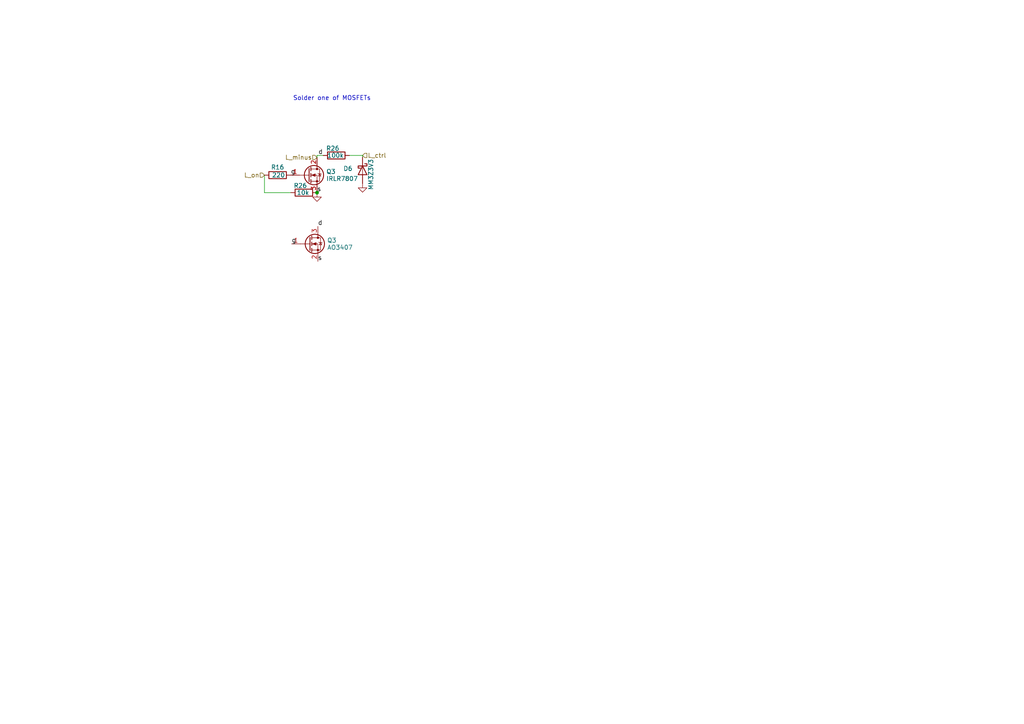
<source format=kicad_sch>
(kicad_sch (version 20230121) (generator eeschema)
  (paper "A4")
  (lib_symbols
    (symbol "Device:D_Schottky" (pin_numbers hide) (pin_names (offset 1.016) hide)
      (property "Reference" "D" (at 0 2.54 0))
      (property "Value" "D_Schottky" (at 0 -2.54 0))
      (symbol "D_Schottky_0_1"
        (polyline (pts (xy 1.27 0) (xy -1.27 0)))
        (polyline (pts (xy 1.27 1.27) (xy 1.27 -1.27) (xy -1.27 0) (xy 1.27 1.27)) (stroke (width 0.254)))
        (polyline (pts (xy -1.905 0.635) (xy -1.905 1.27) (xy -1.27 1.27) (xy -1.27 -1.27) (xy -0.635 -1.27) (xy -0.635 -0.635)) (stroke (width 0.254)))
      )
      (symbol "D_Schottky_1_1"
        (pin passive line (at -3.81 0 0) (length 2.54) (name "K") (number "1"))
        (pin passive line (at 3.81 0 180) (length 2.54) (name "A") (number "2"))
      )
    )
    (symbol "Device:Q_NMOS_GDS" (pin_names (offset 0) hide)
      (property "Reference" "Q" (at 5.08 1.27 0))
      (property "Value" "Q_NMOS_GDS" (at 5.08 -1.27 0))
      (symbol "Q_NMOS_GDS_0_1"
        (polyline (pts (xy 0.254 0) (xy -2.54 0)))
        (polyline (pts (xy 0.254 1.905) (xy 0.254 -1.905)) (stroke (width 0.254)))
        (polyline (pts (xy 0.762 -1.27) (xy 0.762 -2.286)) (stroke (width 0.254)))
        (polyline (pts (xy 0.762 0.508) (xy 0.762 -0.508)) (stroke (width 0.254)))
        (polyline (pts (xy 0.762 2.286) (xy 0.762 1.27)) (stroke (width 0.254)))
        (polyline (pts (xy 2.54 2.54) (xy 2.54 1.778)))
        (polyline (pts (xy 2.54 -2.54) (xy 2.54 0) (xy 0.762 0)))
        (polyline (pts (xy 0.762 -1.778) (xy 3.302 -1.778) (xy 3.302 1.778) (xy 0.762 1.778)))
        (polyline (pts (xy 1.016 0) (xy 2.032 0.381) (xy 2.032 -0.381) (xy 1.016 0)) (fill (type outline)))
        (polyline (pts (xy 2.794 0.508) (xy 2.921 0.381) (xy 3.683 0.381) (xy 3.81 0.254)))
        (polyline (pts (xy 3.302 0.381) (xy 2.921 -0.254) (xy 3.683 -0.254) (xy 3.302 0.381)))
        (circle (center 1.651 0) (radius 2.794) (stroke (width 0.254)))
        (circle (center 2.54 -1.778) (radius 0.254) (fill (type outline)))
        (circle (center 2.54 1.778) (radius 0.254) (fill (type outline)))
      )
      (symbol "Q_NMOS_GDS_1_1"
        (pin input line (at -5.08 0 0) (length 2.54) (name "G") (number "1"))
        (pin passive line (at 2.54 5.08 270) (length 2.54) (name "D") (number "2"))
        (pin passive line (at 2.54 -5.08 90) (length 2.54) (name "S") (number "3"))
      )
    )
    (symbol "Device:Q_NMOS_GSD" (pin_names (offset 0) hide)
      (property "Reference" "Q" (at 5.08 1.27 0))
      (property "Value" "Q_NMOS_GSD" (at 5.08 -1.27 0))
      (symbol "Q_NMOS_GSD_0_1"
        (polyline (pts (xy 0.254 0) (xy -2.54 0)))
        (polyline (pts (xy 0.254 1.905) (xy 0.254 -1.905)) (stroke (width 0.254)))
        (polyline (pts (xy 0.762 -1.27) (xy 0.762 -2.286)) (stroke (width 0.254)))
        (polyline (pts (xy 0.762 0.508) (xy 0.762 -0.508)) (stroke (width 0.254)))
        (polyline (pts (xy 0.762 2.286) (xy 0.762 1.27)) (stroke (width 0.254)))
        (polyline (pts (xy 2.54 2.54) (xy 2.54 1.778)))
        (polyline (pts (xy 2.54 -2.54) (xy 2.54 0) (xy 0.762 0)))
        (polyline (pts (xy 0.762 -1.778) (xy 3.302 -1.778) (xy 3.302 1.778) (xy 0.762 1.778)))
        (polyline (pts (xy 1.016 0) (xy 2.032 0.381) (xy 2.032 -0.381) (xy 1.016 0)) (fill (type outline)))
        (polyline (pts (xy 2.794 0.508) (xy 2.921 0.381) (xy 3.683 0.381) (xy 3.81 0.254)))
        (polyline (pts (xy 3.302 0.381) (xy 2.921 -0.254) (xy 3.683 -0.254) (xy 3.302 0.381)))
        (circle (center 1.651 0) (radius 2.794) (stroke (width 0.254)))
        (circle (center 2.54 -1.778) (radius 0.254) (fill (type outline)))
        (circle (center 2.54 1.778) (radius 0.254) (fill (type outline)))
      )
      (symbol "Q_NMOS_GSD_1_1"
        (pin input line (at -5.08 0 0) (length 2.54) (name "G") (number "1"))
        (pin passive line (at 2.54 -5.08 90) (length 2.54) (name "S") (number "2"))
        (pin passive line (at 2.54 5.08 270) (length 2.54) (name "D") (number "3"))
      )
    )
    (symbol "Device:R" (pin_numbers hide) (pin_names (offset 0))
      (property "Reference" "R" (at 2.032 0 90))
      (property "Value" "R" (at 0 0 90))
      (symbol "R_0_1"
        (rectangle (start -1.016 -2.54) (end 1.016 2.54) (stroke (width 0.254)))
      )
      (symbol "R_1_1"
        (pin passive line (at 0 3.81 270) (length 1.27) (name "~") (number "1"))
        (pin passive line (at 0 -3.81 90) (length 1.27) (name "~") (number "2"))
      )
    )
    (symbol "GND_3" (power) (pin_names (offset 0))
      (property "Value" "GND_3" (at 0 -3.81 0))
      (symbol "GND_3_0_1"
        (polyline (pts (xy 0 0) (xy 0 -1.27) (xy 1.27 -1.27) (xy 0 -2.54) (xy -1.27 -1.27) (xy 0 -1.27)))
      )
      (symbol "GND_3_1_1"
        (pin power_in line (at 0 0 270) (length 0) hide (name "GND") (number "1"))
      )
    )
  )
  (junction (at 91.948 55.88))
  (wire (pts (xy 76.708 55.88) (xy 76.708 50.8)))
  (wire (pts (xy 105.156 45.085) (xy 101.346 45.085)))
  (wire (pts (xy 91.948 45.085) (xy 91.948 45.72)))
  (wire (pts (xy 84.328 55.88) (xy 76.708 55.88)))
  (wire (pts (xy 93.726 45.085) (xy 91.948 45.085)))
  (wire (pts (xy 105.156 45.593) (xy 105.156 45.085)))
  (text "Solder one of MOSFETs" (at 84.963 29.337 0) (effects (font (size 1.27 1.27)) (justify left bottom)))
  (label "g" (at 84.582 70.739 0))
  (label "d" (at 92.202 65.659 0))
  (label "s" (at 91.948 55.88 0))
  (label "d" (at 92.3121 45.085 0))
  (label "s" (at 92.202 75.819 0))
  (label "g" (at 84.328 50.8 0))
  (hierarchical_label "L_ctrl" (shape input) (at 105.156 45.085 0))
  (hierarchical_label "L_minus" (shape input) (at 91.948 45.6549 180))
  (hierarchical_label "L_on" (shape input) (at 76.708 50.8 180))
  (symbol (lib_name "GND_3") (lib_id "power:GND") (at 91.948 55.88 0) (mirror y) (unit 1)
    (property "Reference" "#PWR032" (effects hide))
    (property "Value" "GND" (effects hide))
    (instances (project "lamps" (path "" (reference "#PWR032") (unit 1)) (path "" (reference "#PWR010") (unit 1)) (path "" (reference "#PWR032") (unit 1)) (path "" (reference "#PWR040") (unit 1))))
  )
  (symbol (lib_id "Device:D_Schottky") (at 105.156 49.403 270) (unit 1)
    (property "Reference" "D6" (at 99.568 48.895 90) (effects (justify left)))
    (property "Value" "MM3Z3V3" (at 107.569 46.101 0) (effects (justify left)))
    (property "Footprint" "Diode_SMD:D_0805_2012Metric_Pad1.15x1.40mm_HandSolder" (effects hide))
    (instances (project "lamps" (path "" (reference "D6") (unit 1)) (path "" (reference "D15") (unit 1)) (path "" (reference "D16") (unit 1)) (path "" (reference "D17") (unit 1)) (path "" (reference "D18") (unit 1)) (path "" (reference "D10") (unit 1)) (path "" (reference "D14") (unit 1))))
  )
  (symbol (lib_id "Device:R") (at 88.138 55.88 270) (unit 1)
    (property "Reference" "R26" (at 87.122 53.848 90))
    (property "Value" "10k" (at 87.884 55.88 90))
    (property "Footprint" "Resistor_SMD:R_0603_1608Metric_Pad0.98x0.95mm_HandSolder" (effects hide))
    (instances (project "lamps" (path "" (reference "R26") (unit 1)) (path "" (reference "R4") (unit 1)) (path "" (reference "R12") (unit 1)) (path "" (reference "R24") (unit 1))))
  )
  (symbol (lib_id "Device:R") (at 97.536 45.085 270) (unit 1)
    (property "Reference" "R26" (at 96.52 43.053 90))
    (property "Value" "100k" (at 97.282 45.085 90))
    (property "Footprint" "Resistor_SMD:R_0603_1608Metric_Pad0.98x0.95mm_HandSolder" (effects hide))
    (instances (project "lamps" (path "" (reference "R26") (unit 1)) (path "" (reference "R5") (unit 1)) (path "" (reference "R13") (unit 1)) (path "" (reference "R25") (unit 1))))
  )
  (symbol (lib_id "Device:Q_NMOS_GSD") (at 89.662 70.739 0) (unit 1)
    (property "Reference" "Q3" (at 94.869 69.715 0) (effects (justify left)))
    (property "Value" "AO3407" (at 94.869 71.763 0) (effects (justify left)))
    (property "Footprint" "Package_TO_SOT_SMD:SOT-23_Handsoldering" (effects hide))
    (instances (project "lamps" (path "" (reference "Q3") (unit 1)) (path "" (reference "Q3") (unit 1)) (path "" (reference "Q3") (unit 1)) (path "" (reference "Q4") (unit 1)) (path "" (reference "Q6") (unit 1)) (path "" (reference "Q8") (unit 1)) (path "" (reference "Q8") (unit 1))))
  )
  (symbol (lib_name "GND_3") (lib_id "power:GND") (at 105.156 53.213 0) (mirror y) (unit 1)
    (property "Reference" "#PWR032" (effects hide))
    (property "Value" "GND" (effects hide))
    (instances (project "lamps" (path "" (reference "#PWR032") (unit 1)) (path "" (reference "#PWR010") (unit 1)) (path "" (reference "#PWR033") (unit 1)) (path "" (reference "#PWR041") (unit 1))))
  )
  (symbol (lib_id "Device:Q_NMOS_GDS") (at 89.408 50.8 0) (unit 1)
    (property "Reference" "Q3" (at 94.615 49.776 0) (effects (justify left)))
    (property "Value" "IRLR7807" (at 94.615 51.824 0) (effects (justify left)))
    (property "Footprint" "Package_TO_SOT_SMD:TO-252-3_TabPin2" (effects hide))
    (instances (project "lamps" (path "" (reference "Q3") (unit 1)) (path "" (reference "Q2") (unit 1)) (path "" (reference "Q7") (unit 1))))
  )
  (symbol (lib_id "Device:R") (at 80.518 50.8 90) (unit 1)
    (property "Reference" "R16" (at 80.518 48.514 90))
    (property "Value" "220" (at 80.772 50.8 90))
    (property "Footprint" "Resistor_SMD:R_0603_1608Metric_Pad0.98x0.95mm_HandSolder" (effects hide))
    (instances (project "lamps" (path "" (reference "R16") (unit 1)) (path "" (reference "R3") (unit 1)) (path "" (reference "R11") (unit 1)) (path "" (reference "R23") (unit 1))))
  )
)
</source>
